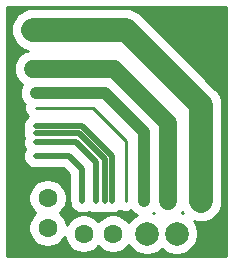
<source format=gbr>
%TF.GenerationSoftware,KiCad,Pcbnew,5.1.6*%
%TF.CreationDate,2020-06-15T17:45:53+02:00*%
%TF.ProjectId,exposure_test,6578706f-7375-4726-955f-746573742e6b,rev?*%
%TF.SameCoordinates,Original*%
%TF.FileFunction,Copper,L2,Bot*%
%TF.FilePolarity,Positive*%
%FSLAX46Y46*%
G04 Gerber Fmt 4.6, Leading zero omitted, Abs format (unit mm)*
G04 Created by KiCad (PCBNEW 5.1.6) date 2020-06-15 17:45:53*
%MOMM*%
%LPD*%
G01*
G04 APERTURE LIST*
%TA.AperFunction,ComponentPad*%
%ADD10C,2.000000*%
%TD*%
%TA.AperFunction,ComponentPad*%
%ADD11C,1.600000*%
%TD*%
%TA.AperFunction,Conductor*%
%ADD12C,0.500000*%
%TD*%
%TA.AperFunction,Conductor*%
%ADD13C,0.250000*%
%TD*%
%TA.AperFunction,Conductor*%
%ADD14C,1.000000*%
%TD*%
%TA.AperFunction,Conductor*%
%ADD15C,2.000000*%
%TD*%
%TA.AperFunction,Conductor*%
%ADD16C,1.500000*%
%TD*%
%TA.AperFunction,NonConductor*%
%ADD17C,0.254000*%
%TD*%
G04 APERTURE END LIST*
D10*
%TO.P,C1,1*%
%TO.N,N/C*%
X68620000Y-90424000D03*
%TO.P,C1,2*%
X71120000Y-90424000D03*
%TD*%
D11*
%TO.P,C1,1*%
%TO.N,N/C*%
X63246000Y-90424000D03*
%TO.P,C1,2*%
X65746000Y-90424000D03*
%TD*%
%TO.P,C1,1*%
%TO.N,N/C*%
X60198000Y-89916000D03*
%TO.P,C1,2*%
X60198000Y-87416000D03*
%TD*%
D12*
%TO.N,*%
X59182000Y-81915000D02*
X62865000Y-81915000D01*
X62865000Y-81915000D02*
X65024000Y-84074000D01*
X65024000Y-84074000D02*
X65024000Y-87630000D01*
X64262000Y-84328000D02*
X64262000Y-87630000D01*
X59182000Y-82677000D02*
X62611000Y-82677000D01*
X62611000Y-82677000D02*
X64262000Y-84328000D01*
X59182000Y-81280000D02*
X63119000Y-81280000D01*
X65659000Y-83820000D02*
X65659000Y-87630000D01*
X63119000Y-81280000D02*
X65659000Y-83820000D01*
X59182000Y-83820000D02*
X61976000Y-83820000D01*
X63119000Y-84963000D02*
X63119000Y-87630000D01*
X61976000Y-83820000D02*
X63119000Y-84963000D01*
D13*
X59182000Y-79756000D02*
X64008000Y-79756000D01*
X64008000Y-79756000D02*
X66802000Y-82550000D01*
X66802000Y-82550000D02*
X66802000Y-87630000D01*
D14*
X59182000Y-78486000D02*
X65024000Y-78486000D01*
X65024000Y-78486000D02*
X68326000Y-81788000D01*
X68326000Y-81788000D02*
X68326000Y-87630000D01*
D15*
X58928000Y-73152000D02*
X66802000Y-73152000D01*
X66802000Y-73152000D02*
X73152000Y-79502000D01*
X73152000Y-79502000D02*
X73152000Y-87630000D01*
D16*
X70358000Y-81026000D02*
X70358000Y-87630000D01*
X58928000Y-76454000D02*
X65786000Y-76454000D01*
X65786000Y-76454000D02*
X70358000Y-81026000D01*
%TD*%
D17*
G36*
X75311000Y-92329000D02*
G01*
X56769000Y-92329000D01*
X56769000Y-73152000D01*
X57092160Y-73152000D01*
X57127435Y-73510155D01*
X57231905Y-73854546D01*
X57401555Y-74171938D01*
X57629865Y-74450135D01*
X57908062Y-74678445D01*
X58225454Y-74848095D01*
X58507408Y-74933625D01*
X58321588Y-74989993D01*
X58047627Y-75136428D01*
X57807497Y-75333497D01*
X57610428Y-75573627D01*
X57463993Y-75847588D01*
X57373818Y-76144854D01*
X57343370Y-76454000D01*
X57373818Y-76763146D01*
X57463993Y-77060412D01*
X57610428Y-77334373D01*
X57807497Y-77574503D01*
X58047627Y-77771572D01*
X58056630Y-77776384D01*
X57950081Y-77975722D01*
X57874201Y-78225863D01*
X57848580Y-78486000D01*
X57874201Y-78746137D01*
X57950081Y-78996278D01*
X58073302Y-79226808D01*
X58239130Y-79428870D01*
X58276975Y-79459929D01*
X58243775Y-79569375D01*
X58225394Y-79756000D01*
X58243775Y-79942625D01*
X58298211Y-80122077D01*
X58386611Y-80287462D01*
X58505577Y-80432423D01*
X58511334Y-80437147D01*
X58416761Y-80514761D01*
X58282174Y-80678756D01*
X58182167Y-80865856D01*
X58120583Y-81068871D01*
X58099789Y-81280000D01*
X58120583Y-81491129D01*
X58152850Y-81597500D01*
X58120583Y-81703871D01*
X58099789Y-81915000D01*
X58120583Y-82126129D01*
X58172113Y-82296000D01*
X58120583Y-82465871D01*
X58099789Y-82677000D01*
X58120583Y-82888129D01*
X58182167Y-83091144D01*
X58266276Y-83248500D01*
X58182167Y-83405856D01*
X58120583Y-83608871D01*
X58099789Y-83820000D01*
X58120583Y-84031129D01*
X58182167Y-84234144D01*
X58282174Y-84421244D01*
X58416761Y-84585239D01*
X58580756Y-84719826D01*
X58767856Y-84819833D01*
X58970871Y-84881417D01*
X59129091Y-84897000D01*
X61529893Y-84897000D01*
X62042000Y-85409108D01*
X62042001Y-87682909D01*
X62057584Y-87841129D01*
X62119168Y-88044144D01*
X62219175Y-88231244D01*
X62353762Y-88395239D01*
X62517757Y-88529826D01*
X62704857Y-88629833D01*
X62907872Y-88691417D01*
X63119000Y-88712211D01*
X63330129Y-88691417D01*
X63533144Y-88629833D01*
X63690501Y-88545724D01*
X63847857Y-88629833D01*
X64050872Y-88691417D01*
X64262000Y-88712211D01*
X64473129Y-88691417D01*
X64643001Y-88639887D01*
X64812872Y-88691417D01*
X65024000Y-88712211D01*
X65235129Y-88691417D01*
X65341501Y-88659150D01*
X65447872Y-88691417D01*
X65659000Y-88712211D01*
X65870129Y-88691417D01*
X66073144Y-88629833D01*
X66260244Y-88529826D01*
X66341369Y-88463248D01*
X66435924Y-88513789D01*
X66615376Y-88568225D01*
X66802000Y-88586606D01*
X66988625Y-88568225D01*
X67168077Y-88513789D01*
X67283856Y-88451904D01*
X67383131Y-88572870D01*
X67585193Y-88738698D01*
X67734379Y-88818439D01*
X67455355Y-89004876D01*
X67200876Y-89259355D01*
X67062731Y-89466105D01*
X67009773Y-89386848D01*
X66783152Y-89160227D01*
X66516673Y-88982172D01*
X66220578Y-88859525D01*
X65906245Y-88797000D01*
X65585755Y-88797000D01*
X65271422Y-88859525D01*
X64975327Y-88982172D01*
X64708848Y-89160227D01*
X64496000Y-89373075D01*
X64283152Y-89160227D01*
X64016673Y-88982172D01*
X63720578Y-88859525D01*
X63406245Y-88797000D01*
X63085755Y-88797000D01*
X62771422Y-88859525D01*
X62475327Y-88982172D01*
X62208848Y-89160227D01*
X61982227Y-89386848D01*
X61804522Y-89652804D01*
X61762475Y-89441422D01*
X61639828Y-89145327D01*
X61461773Y-88878848D01*
X61248925Y-88666000D01*
X61461773Y-88453152D01*
X61639828Y-88186673D01*
X61762475Y-87890578D01*
X61825000Y-87576245D01*
X61825000Y-87255755D01*
X61762475Y-86941422D01*
X61639828Y-86645327D01*
X61461773Y-86378848D01*
X61235152Y-86152227D01*
X60968673Y-85974172D01*
X60672578Y-85851525D01*
X60358245Y-85789000D01*
X60037755Y-85789000D01*
X59723422Y-85851525D01*
X59427327Y-85974172D01*
X59160848Y-86152227D01*
X58934227Y-86378848D01*
X58756172Y-86645327D01*
X58633525Y-86941422D01*
X58571000Y-87255755D01*
X58571000Y-87576245D01*
X58633525Y-87890578D01*
X58756172Y-88186673D01*
X58934227Y-88453152D01*
X59147075Y-88666000D01*
X58934227Y-88878848D01*
X58756172Y-89145327D01*
X58633525Y-89441422D01*
X58571000Y-89755755D01*
X58571000Y-90076245D01*
X58633525Y-90390578D01*
X58756172Y-90686673D01*
X58934227Y-90953152D01*
X59160848Y-91179773D01*
X59427327Y-91357828D01*
X59723422Y-91480475D01*
X60037755Y-91543000D01*
X60358245Y-91543000D01*
X60672578Y-91480475D01*
X60968673Y-91357828D01*
X61235152Y-91179773D01*
X61461773Y-90953152D01*
X61639478Y-90687196D01*
X61681525Y-90898578D01*
X61804172Y-91194673D01*
X61982227Y-91461152D01*
X62208848Y-91687773D01*
X62475327Y-91865828D01*
X62771422Y-91988475D01*
X63085755Y-92051000D01*
X63406245Y-92051000D01*
X63720578Y-91988475D01*
X64016673Y-91865828D01*
X64283152Y-91687773D01*
X64496000Y-91474925D01*
X64708848Y-91687773D01*
X64975327Y-91865828D01*
X65271422Y-91988475D01*
X65585755Y-92051000D01*
X65906245Y-92051000D01*
X66220578Y-91988475D01*
X66516673Y-91865828D01*
X66783152Y-91687773D01*
X67009773Y-91461152D01*
X67062731Y-91381895D01*
X67200876Y-91588645D01*
X67455355Y-91843124D01*
X67754591Y-92043066D01*
X68087084Y-92180789D01*
X68440056Y-92251000D01*
X68799944Y-92251000D01*
X69152916Y-92180789D01*
X69485409Y-92043066D01*
X69784645Y-91843124D01*
X69870000Y-91757769D01*
X69955355Y-91843124D01*
X70254591Y-92043066D01*
X70587084Y-92180789D01*
X70940056Y-92251000D01*
X71299944Y-92251000D01*
X71652916Y-92180789D01*
X71985409Y-92043066D01*
X72284645Y-91843124D01*
X72539124Y-91588645D01*
X72739066Y-91289409D01*
X72876789Y-90956916D01*
X72947000Y-90603944D01*
X72947000Y-90244056D01*
X72876789Y-89891084D01*
X72739066Y-89558591D01*
X72617850Y-89377177D01*
X72793846Y-89430565D01*
X73152000Y-89465840D01*
X73510155Y-89430565D01*
X73854546Y-89326095D01*
X74171938Y-89156445D01*
X74450135Y-88928135D01*
X74678445Y-88649938D01*
X74848095Y-88332546D01*
X74952565Y-87988155D01*
X74979000Y-87719755D01*
X74979000Y-79591751D01*
X74987840Y-79501999D01*
X74976801Y-79389923D01*
X74952565Y-79143845D01*
X74848095Y-78799454D01*
X74678445Y-78482062D01*
X74450135Y-78203865D01*
X74380418Y-78146650D01*
X68157355Y-71923588D01*
X68100135Y-71853865D01*
X67821938Y-71625555D01*
X67504546Y-71455905D01*
X67160155Y-71351435D01*
X66891755Y-71325000D01*
X66891752Y-71325000D01*
X66802000Y-71316160D01*
X66712248Y-71325000D01*
X58838245Y-71325000D01*
X58569845Y-71351435D01*
X58225454Y-71455905D01*
X57908062Y-71625555D01*
X57629865Y-71853865D01*
X57401555Y-72132062D01*
X57231905Y-72449454D01*
X57127435Y-72793845D01*
X57092160Y-73152000D01*
X56769000Y-73152000D01*
X56769000Y-71247000D01*
X75311000Y-71247000D01*
X75311000Y-92329000D01*
G37*
X75311000Y-92329000D02*
X56769000Y-92329000D01*
X56769000Y-73152000D01*
X57092160Y-73152000D01*
X57127435Y-73510155D01*
X57231905Y-73854546D01*
X57401555Y-74171938D01*
X57629865Y-74450135D01*
X57908062Y-74678445D01*
X58225454Y-74848095D01*
X58507408Y-74933625D01*
X58321588Y-74989993D01*
X58047627Y-75136428D01*
X57807497Y-75333497D01*
X57610428Y-75573627D01*
X57463993Y-75847588D01*
X57373818Y-76144854D01*
X57343370Y-76454000D01*
X57373818Y-76763146D01*
X57463993Y-77060412D01*
X57610428Y-77334373D01*
X57807497Y-77574503D01*
X58047627Y-77771572D01*
X58056630Y-77776384D01*
X57950081Y-77975722D01*
X57874201Y-78225863D01*
X57848580Y-78486000D01*
X57874201Y-78746137D01*
X57950081Y-78996278D01*
X58073302Y-79226808D01*
X58239130Y-79428870D01*
X58276975Y-79459929D01*
X58243775Y-79569375D01*
X58225394Y-79756000D01*
X58243775Y-79942625D01*
X58298211Y-80122077D01*
X58386611Y-80287462D01*
X58505577Y-80432423D01*
X58511334Y-80437147D01*
X58416761Y-80514761D01*
X58282174Y-80678756D01*
X58182167Y-80865856D01*
X58120583Y-81068871D01*
X58099789Y-81280000D01*
X58120583Y-81491129D01*
X58152850Y-81597500D01*
X58120583Y-81703871D01*
X58099789Y-81915000D01*
X58120583Y-82126129D01*
X58172113Y-82296000D01*
X58120583Y-82465871D01*
X58099789Y-82677000D01*
X58120583Y-82888129D01*
X58182167Y-83091144D01*
X58266276Y-83248500D01*
X58182167Y-83405856D01*
X58120583Y-83608871D01*
X58099789Y-83820000D01*
X58120583Y-84031129D01*
X58182167Y-84234144D01*
X58282174Y-84421244D01*
X58416761Y-84585239D01*
X58580756Y-84719826D01*
X58767856Y-84819833D01*
X58970871Y-84881417D01*
X59129091Y-84897000D01*
X61529893Y-84897000D01*
X62042000Y-85409108D01*
X62042001Y-87682909D01*
X62057584Y-87841129D01*
X62119168Y-88044144D01*
X62219175Y-88231244D01*
X62353762Y-88395239D01*
X62517757Y-88529826D01*
X62704857Y-88629833D01*
X62907872Y-88691417D01*
X63119000Y-88712211D01*
X63330129Y-88691417D01*
X63533144Y-88629833D01*
X63690501Y-88545724D01*
X63847857Y-88629833D01*
X64050872Y-88691417D01*
X64262000Y-88712211D01*
X64473129Y-88691417D01*
X64643001Y-88639887D01*
X64812872Y-88691417D01*
X65024000Y-88712211D01*
X65235129Y-88691417D01*
X65341501Y-88659150D01*
X65447872Y-88691417D01*
X65659000Y-88712211D01*
X65870129Y-88691417D01*
X66073144Y-88629833D01*
X66260244Y-88529826D01*
X66341369Y-88463248D01*
X66435924Y-88513789D01*
X66615376Y-88568225D01*
X66802000Y-88586606D01*
X66988625Y-88568225D01*
X67168077Y-88513789D01*
X67283856Y-88451904D01*
X67383131Y-88572870D01*
X67585193Y-88738698D01*
X67734379Y-88818439D01*
X67455355Y-89004876D01*
X67200876Y-89259355D01*
X67062731Y-89466105D01*
X67009773Y-89386848D01*
X66783152Y-89160227D01*
X66516673Y-88982172D01*
X66220578Y-88859525D01*
X65906245Y-88797000D01*
X65585755Y-88797000D01*
X65271422Y-88859525D01*
X64975327Y-88982172D01*
X64708848Y-89160227D01*
X64496000Y-89373075D01*
X64283152Y-89160227D01*
X64016673Y-88982172D01*
X63720578Y-88859525D01*
X63406245Y-88797000D01*
X63085755Y-88797000D01*
X62771422Y-88859525D01*
X62475327Y-88982172D01*
X62208848Y-89160227D01*
X61982227Y-89386848D01*
X61804522Y-89652804D01*
X61762475Y-89441422D01*
X61639828Y-89145327D01*
X61461773Y-88878848D01*
X61248925Y-88666000D01*
X61461773Y-88453152D01*
X61639828Y-88186673D01*
X61762475Y-87890578D01*
X61825000Y-87576245D01*
X61825000Y-87255755D01*
X61762475Y-86941422D01*
X61639828Y-86645327D01*
X61461773Y-86378848D01*
X61235152Y-86152227D01*
X60968673Y-85974172D01*
X60672578Y-85851525D01*
X60358245Y-85789000D01*
X60037755Y-85789000D01*
X59723422Y-85851525D01*
X59427327Y-85974172D01*
X59160848Y-86152227D01*
X58934227Y-86378848D01*
X58756172Y-86645327D01*
X58633525Y-86941422D01*
X58571000Y-87255755D01*
X58571000Y-87576245D01*
X58633525Y-87890578D01*
X58756172Y-88186673D01*
X58934227Y-88453152D01*
X59147075Y-88666000D01*
X58934227Y-88878848D01*
X58756172Y-89145327D01*
X58633525Y-89441422D01*
X58571000Y-89755755D01*
X58571000Y-90076245D01*
X58633525Y-90390578D01*
X58756172Y-90686673D01*
X58934227Y-90953152D01*
X59160848Y-91179773D01*
X59427327Y-91357828D01*
X59723422Y-91480475D01*
X60037755Y-91543000D01*
X60358245Y-91543000D01*
X60672578Y-91480475D01*
X60968673Y-91357828D01*
X61235152Y-91179773D01*
X61461773Y-90953152D01*
X61639478Y-90687196D01*
X61681525Y-90898578D01*
X61804172Y-91194673D01*
X61982227Y-91461152D01*
X62208848Y-91687773D01*
X62475327Y-91865828D01*
X62771422Y-91988475D01*
X63085755Y-92051000D01*
X63406245Y-92051000D01*
X63720578Y-91988475D01*
X64016673Y-91865828D01*
X64283152Y-91687773D01*
X64496000Y-91474925D01*
X64708848Y-91687773D01*
X64975327Y-91865828D01*
X65271422Y-91988475D01*
X65585755Y-92051000D01*
X65906245Y-92051000D01*
X66220578Y-91988475D01*
X66516673Y-91865828D01*
X66783152Y-91687773D01*
X67009773Y-91461152D01*
X67062731Y-91381895D01*
X67200876Y-91588645D01*
X67455355Y-91843124D01*
X67754591Y-92043066D01*
X68087084Y-92180789D01*
X68440056Y-92251000D01*
X68799944Y-92251000D01*
X69152916Y-92180789D01*
X69485409Y-92043066D01*
X69784645Y-91843124D01*
X69870000Y-91757769D01*
X69955355Y-91843124D01*
X70254591Y-92043066D01*
X70587084Y-92180789D01*
X70940056Y-92251000D01*
X71299944Y-92251000D01*
X71652916Y-92180789D01*
X71985409Y-92043066D01*
X72284645Y-91843124D01*
X72539124Y-91588645D01*
X72739066Y-91289409D01*
X72876789Y-90956916D01*
X72947000Y-90603944D01*
X72947000Y-90244056D01*
X72876789Y-89891084D01*
X72739066Y-89558591D01*
X72617850Y-89377177D01*
X72793846Y-89430565D01*
X73152000Y-89465840D01*
X73510155Y-89430565D01*
X73854546Y-89326095D01*
X74171938Y-89156445D01*
X74450135Y-88928135D01*
X74678445Y-88649938D01*
X74848095Y-88332546D01*
X74952565Y-87988155D01*
X74979000Y-87719755D01*
X74979000Y-79591751D01*
X74987840Y-79501999D01*
X74976801Y-79389923D01*
X74952565Y-79143845D01*
X74848095Y-78799454D01*
X74678445Y-78482062D01*
X74450135Y-78203865D01*
X74380418Y-78146650D01*
X68157355Y-71923588D01*
X68100135Y-71853865D01*
X67821938Y-71625555D01*
X67504546Y-71455905D01*
X67160155Y-71351435D01*
X66891755Y-71325000D01*
X66891752Y-71325000D01*
X66802000Y-71316160D01*
X66712248Y-71325000D01*
X58838245Y-71325000D01*
X58569845Y-71351435D01*
X58225454Y-71455905D01*
X57908062Y-71625555D01*
X57629865Y-71853865D01*
X57401555Y-72132062D01*
X57231905Y-72449454D01*
X57127435Y-72793845D01*
X57092160Y-73152000D01*
X56769000Y-73152000D01*
X56769000Y-71247000D01*
X75311000Y-71247000D01*
X75311000Y-92329000D01*
G36*
X69177499Y-88677394D02*
G01*
X69153580Y-88667486D01*
X69163014Y-88659744D01*
X69177499Y-88677394D01*
G37*
X69177499Y-88677394D02*
X69153580Y-88667486D01*
X69163014Y-88659744D01*
X69177499Y-88677394D01*
G36*
X71625556Y-88649938D02*
G01*
X71637159Y-88664077D01*
X71561742Y-88649075D01*
X71600107Y-88602327D01*
X71625556Y-88649938D01*
G37*
X71625556Y-88649938D02*
X71637159Y-88664077D01*
X71561742Y-88649075D01*
X71600107Y-88602327D01*
X71625556Y-88649938D01*
M02*

</source>
